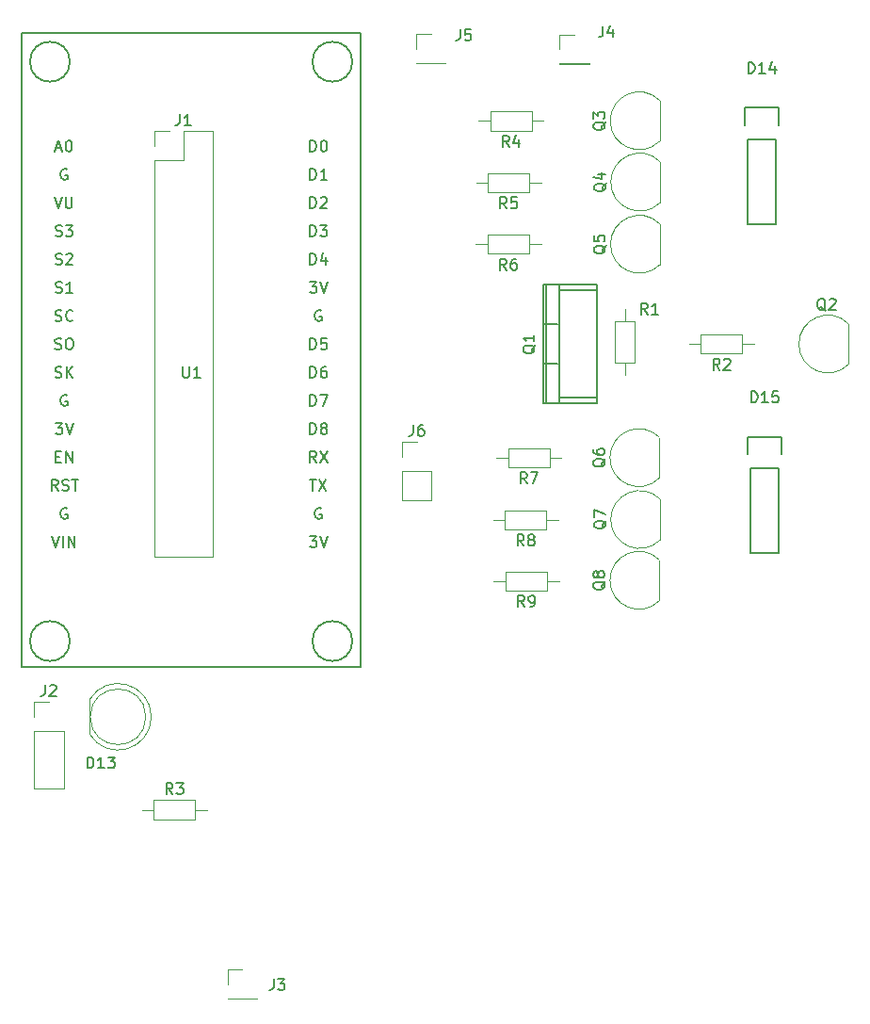
<source format=gbr>
%TF.GenerationSoftware,KiCad,Pcbnew,4.0.5+dfsg1-4*%
%TF.CreationDate,2018-11-05T18:37:42-05:00*%
%TF.ProjectId,ButtonLEDsController,427574746F6E4C454473436F6E74726F,rev?*%
%TF.FileFunction,Legend,Top*%
%FSLAX46Y46*%
G04 Gerber Fmt 4.6, Leading zero omitted, Abs format (unit mm)*
G04 Created by KiCad (PCBNEW 4.0.5+dfsg1-4) date Mon Nov  5 18:37:42 2018*
%MOMM*%
%LPD*%
G01*
G04 APERTURE LIST*
%ADD10C,0.100000*%
%ADD11C,0.120000*%
%ADD12C,0.150000*%
G04 APERTURE END LIST*
D10*
D11*
X27475600Y-76810062D02*
G75*
G03X21925600Y-75264770I-2990000J462D01*
G01*
X27475600Y-76809138D02*
G75*
G02X21925600Y-78354430I-2990000J-462D01*
G01*
X26985600Y-76809600D02*
G75*
G03X26985600Y-76809600I-2500000J0D01*
G01*
X21925600Y-75264600D02*
X21925600Y-78354600D01*
D12*
X64135000Y-38481000D02*
X67564000Y-38481000D01*
X64135000Y-48133000D02*
X67564000Y-48133000D01*
X62992000Y-37973000D02*
X62992000Y-48641000D01*
X64008000Y-41529000D02*
X62738000Y-41529000D01*
X64008000Y-45085000D02*
X62738000Y-45085000D01*
X64135000Y-48641000D02*
X64135000Y-37973000D01*
X67564000Y-37973000D02*
X67564000Y-48641000D01*
X62738000Y-48641000D02*
X67564000Y-48641000D01*
X62738000Y-37973000D02*
X67564000Y-37973000D01*
X62738000Y-37973000D02*
X62738000Y-48641000D01*
D11*
X69193200Y-44989200D02*
X70913200Y-44989200D01*
X70913200Y-44989200D02*
X70913200Y-41269200D01*
X70913200Y-41269200D02*
X69193200Y-41269200D01*
X69193200Y-41269200D02*
X69193200Y-44989200D01*
X70053200Y-46059200D02*
X70053200Y-44989200D01*
X70053200Y-40199200D02*
X70053200Y-41269200D01*
X80625400Y-44167000D02*
X80625400Y-42447000D01*
X80625400Y-42447000D02*
X76905400Y-42447000D01*
X76905400Y-42447000D02*
X76905400Y-44167000D01*
X76905400Y-44167000D02*
X80625400Y-44167000D01*
X81695400Y-43307000D02*
X80625400Y-43307000D01*
X75835400Y-43307000D02*
X76905400Y-43307000D01*
X27705600Y-84306200D02*
X27705600Y-86026200D01*
X27705600Y-86026200D02*
X31425600Y-86026200D01*
X31425600Y-86026200D02*
X31425600Y-84306200D01*
X31425600Y-84306200D02*
X27705600Y-84306200D01*
X26635600Y-85166200D02*
X27705600Y-85166200D01*
X32495600Y-85166200D02*
X31425600Y-85166200D01*
X61677000Y-24126400D02*
X61677000Y-22406400D01*
X61677000Y-22406400D02*
X57957000Y-22406400D01*
X57957000Y-22406400D02*
X57957000Y-24126400D01*
X57957000Y-24126400D02*
X61677000Y-24126400D01*
X62747000Y-23266400D02*
X61677000Y-23266400D01*
X56887000Y-23266400D02*
X57957000Y-23266400D01*
X61473800Y-29663600D02*
X61473800Y-27943600D01*
X61473800Y-27943600D02*
X57753800Y-27943600D01*
X57753800Y-27943600D02*
X57753800Y-29663600D01*
X57753800Y-29663600D02*
X61473800Y-29663600D01*
X62543800Y-28803600D02*
X61473800Y-28803600D01*
X56683800Y-28803600D02*
X57753800Y-28803600D01*
X61448400Y-35200800D02*
X61448400Y-33480800D01*
X61448400Y-33480800D02*
X57728400Y-33480800D01*
X57728400Y-33480800D02*
X57728400Y-35200800D01*
X57728400Y-35200800D02*
X61448400Y-35200800D01*
X62518400Y-34340800D02*
X61448400Y-34340800D01*
X56658400Y-34340800D02*
X57728400Y-34340800D01*
X63289900Y-54390500D02*
X63289900Y-52670500D01*
X63289900Y-52670500D02*
X59569900Y-52670500D01*
X59569900Y-52670500D02*
X59569900Y-54390500D01*
X59569900Y-54390500D02*
X63289900Y-54390500D01*
X64359900Y-53530500D02*
X63289900Y-53530500D01*
X58499900Y-53530500D02*
X59569900Y-53530500D01*
X63010500Y-59978500D02*
X63010500Y-58258500D01*
X63010500Y-58258500D02*
X59290500Y-58258500D01*
X59290500Y-58258500D02*
X59290500Y-59978500D01*
X59290500Y-59978500D02*
X63010500Y-59978500D01*
X64080500Y-59118500D02*
X63010500Y-59118500D01*
X58220500Y-59118500D02*
X59290500Y-59118500D01*
X63061300Y-65464900D02*
X63061300Y-63744900D01*
X63061300Y-63744900D02*
X59341300Y-63744900D01*
X59341300Y-63744900D02*
X59341300Y-65464900D01*
X59341300Y-65464900D02*
X63061300Y-65464900D01*
X64131300Y-64604900D02*
X63061300Y-64604900D01*
X58271300Y-64604900D02*
X59341300Y-64604900D01*
D12*
X45560251Y-70002400D02*
G75*
G03X45560251Y-70002400I-1796051J0D01*
G01*
X20160251Y-70002400D02*
G75*
G03X20160251Y-70002400I-1796051J0D01*
G01*
X20160251Y-17932400D02*
G75*
G03X20160251Y-17932400I-1796051J0D01*
G01*
X45560251Y-17932400D02*
G75*
G03X45560251Y-17932400I-1796051J0D01*
G01*
X46314200Y-15372400D02*
X16314200Y-15372400D01*
X16314200Y-15372400D02*
X15814200Y-15372400D01*
X15814200Y-15372400D02*
X15814200Y-72372400D01*
X15814200Y-72372400D02*
X46314200Y-72372400D01*
X46314200Y-72372400D02*
X46314200Y-15372400D01*
D11*
X90165800Y-45107000D02*
X90165800Y-41507000D01*
X90154278Y-45145478D02*
G75*
G02X85715800Y-43307000I-1838478J1838478D01*
G01*
X90154278Y-41468522D02*
G75*
G03X85715800Y-43307000I-1838478J-1838478D01*
G01*
X73198600Y-25041000D02*
X73198600Y-21441000D01*
X73187078Y-25079478D02*
G75*
G02X68748600Y-23241000I-1838478J1838478D01*
G01*
X73187078Y-21402522D02*
G75*
G03X68748600Y-23241000I-1838478J-1838478D01*
G01*
X73249400Y-30552800D02*
X73249400Y-26952800D01*
X73237878Y-30591278D02*
G75*
G02X68799400Y-28752800I-1838478J1838478D01*
G01*
X73237878Y-26914322D02*
G75*
G03X68799400Y-28752800I-1838478J-1838478D01*
G01*
X73224000Y-36140800D02*
X73224000Y-32540800D01*
X73212478Y-36179278D02*
G75*
G02X68774000Y-34340800I-1838478J1838478D01*
G01*
X73212478Y-32502322D02*
G75*
G03X68774000Y-34340800I-1838478J-1838478D01*
G01*
X73173200Y-55317800D02*
X73173200Y-51717800D01*
X73161678Y-55356278D02*
G75*
G02X68723200Y-53517800I-1838478J1838478D01*
G01*
X73161678Y-51679322D02*
G75*
G03X68723200Y-53517800I-1838478J-1838478D01*
G01*
X73249400Y-60880400D02*
X73249400Y-57280400D01*
X73237878Y-60918878D02*
G75*
G02X68799400Y-59080400I-1838478J1838478D01*
G01*
X73237878Y-57241922D02*
G75*
G03X68799400Y-59080400I-1838478J-1838478D01*
G01*
X73173200Y-66341400D02*
X73173200Y-62741400D01*
X73161678Y-66379878D02*
G75*
G02X68723200Y-64541400I-1838478J1838478D01*
G01*
X73161678Y-62702922D02*
G75*
G03X68723200Y-64541400I-1838478J-1838478D01*
G01*
X27778400Y-62417000D02*
X32978400Y-62417000D01*
X27778400Y-26797000D02*
X27778400Y-62417000D01*
X32978400Y-24197000D02*
X32978400Y-62417000D01*
X27778400Y-26797000D02*
X30378400Y-26797000D01*
X30378400Y-26797000D02*
X30378400Y-24197000D01*
X30378400Y-24197000D02*
X32978400Y-24197000D01*
X27778400Y-25527000D02*
X27778400Y-24197000D01*
X27778400Y-24197000D02*
X29108400Y-24197000D01*
X16932600Y-83245000D02*
X19592600Y-83245000D01*
X16932600Y-78105000D02*
X16932600Y-83245000D01*
X19592600Y-78105000D02*
X19592600Y-83245000D01*
X16932600Y-78105000D02*
X19592600Y-78105000D01*
X16932600Y-76835000D02*
X16932600Y-75505000D01*
X16932600Y-75505000D02*
X18262600Y-75505000D01*
X34331600Y-102168000D02*
X36991600Y-102168000D01*
X34331600Y-102108000D02*
X34331600Y-102168000D01*
X36991600Y-102108000D02*
X36991600Y-102168000D01*
X34331600Y-102108000D02*
X36991600Y-102108000D01*
X34331600Y-100838000D02*
X34331600Y-99508000D01*
X34331600Y-99508000D02*
X35661600Y-99508000D01*
X64202000Y-18144800D02*
X66862000Y-18144800D01*
X64202000Y-18084800D02*
X64202000Y-18144800D01*
X66862000Y-18084800D02*
X66862000Y-18144800D01*
X64202000Y-18084800D02*
X66862000Y-18084800D01*
X64202000Y-16814800D02*
X64202000Y-15484800D01*
X64202000Y-15484800D02*
X65532000Y-15484800D01*
X51298800Y-18094000D02*
X53958800Y-18094000D01*
X51298800Y-18034000D02*
X51298800Y-18094000D01*
X53958800Y-18034000D02*
X53958800Y-18094000D01*
X51298800Y-18034000D02*
X53958800Y-18034000D01*
X51298800Y-16764000D02*
X51298800Y-15434000D01*
X51298800Y-15434000D02*
X52628800Y-15434000D01*
X50028800Y-54711600D02*
X50028800Y-57311600D01*
X50028800Y-57311600D02*
X52688800Y-57311600D01*
X52688800Y-57311600D02*
X52688800Y-54711600D01*
X52688800Y-54711600D02*
X50028800Y-54711600D01*
X50028800Y-53441600D02*
X50028800Y-52111600D01*
X50028800Y-52111600D02*
X51358800Y-52111600D01*
D12*
X81114900Y-24892000D02*
X81114900Y-32512000D01*
X83654900Y-24892000D02*
X83654900Y-32512000D01*
X83934900Y-22072000D02*
X83934900Y-23622000D01*
X81114900Y-32512000D02*
X83654900Y-32512000D01*
X83654900Y-24892000D02*
X81114900Y-24892000D01*
X80834900Y-23622000D02*
X80834900Y-22072000D01*
X80834900Y-22072000D02*
X83934900Y-22072000D01*
X81368900Y-54483000D02*
X81368900Y-62103000D01*
X83908900Y-54483000D02*
X83908900Y-62103000D01*
X84188900Y-51663000D02*
X84188900Y-53213000D01*
X81368900Y-62103000D02*
X83908900Y-62103000D01*
X83908900Y-54483000D02*
X81368900Y-54483000D01*
X81088900Y-53213000D02*
X81088900Y-51663000D01*
X81088900Y-51663000D02*
X84188900Y-51663000D01*
X21721914Y-81427581D02*
X21721914Y-80427581D01*
X21960009Y-80427581D01*
X22102867Y-80475200D01*
X22198105Y-80570438D01*
X22245724Y-80665676D01*
X22293343Y-80856152D01*
X22293343Y-80999010D01*
X22245724Y-81189486D01*
X22198105Y-81284724D01*
X22102867Y-81379962D01*
X21960009Y-81427581D01*
X21721914Y-81427581D01*
X23245724Y-81427581D02*
X22674295Y-81427581D01*
X22960009Y-81427581D02*
X22960009Y-80427581D01*
X22864771Y-80570438D01*
X22769533Y-80665676D01*
X22674295Y-80713295D01*
X23579057Y-80427581D02*
X24198105Y-80427581D01*
X23864771Y-80808533D01*
X24007629Y-80808533D01*
X24102867Y-80856152D01*
X24150486Y-80903771D01*
X24198105Y-80999010D01*
X24198105Y-81237105D01*
X24150486Y-81332343D01*
X24102867Y-81379962D01*
X24007629Y-81427581D01*
X23721914Y-81427581D01*
X23626676Y-81379962D01*
X23579057Y-81332343D01*
X62015619Y-43402238D02*
X61968000Y-43497476D01*
X61872762Y-43592714D01*
X61729905Y-43735571D01*
X61682286Y-43830810D01*
X61682286Y-43926048D01*
X61920381Y-43878429D02*
X61872762Y-43973667D01*
X61777524Y-44068905D01*
X61587048Y-44116524D01*
X61253714Y-44116524D01*
X61063238Y-44068905D01*
X60968000Y-43973667D01*
X60920381Y-43878429D01*
X60920381Y-43687952D01*
X60968000Y-43592714D01*
X61063238Y-43497476D01*
X61253714Y-43449857D01*
X61587048Y-43449857D01*
X61777524Y-43497476D01*
X61872762Y-43592714D01*
X61920381Y-43687952D01*
X61920381Y-43878429D01*
X61920381Y-42497476D02*
X61920381Y-43068905D01*
X61920381Y-42783191D02*
X60920381Y-42783191D01*
X61063238Y-42878429D01*
X61158476Y-42973667D01*
X61206095Y-43068905D01*
X72096334Y-40635181D02*
X71763000Y-40158990D01*
X71524905Y-40635181D02*
X71524905Y-39635181D01*
X71905858Y-39635181D01*
X72001096Y-39682800D01*
X72048715Y-39730419D01*
X72096334Y-39825657D01*
X72096334Y-39968514D01*
X72048715Y-40063752D01*
X72001096Y-40111371D01*
X71905858Y-40158990D01*
X71524905Y-40158990D01*
X73048715Y-40635181D02*
X72477286Y-40635181D01*
X72763000Y-40635181D02*
X72763000Y-39635181D01*
X72667762Y-39778038D01*
X72572524Y-39873276D01*
X72477286Y-39920895D01*
X78598734Y-45619381D02*
X78265400Y-45143190D01*
X78027305Y-45619381D02*
X78027305Y-44619381D01*
X78408258Y-44619381D01*
X78503496Y-44667000D01*
X78551115Y-44714619D01*
X78598734Y-44809857D01*
X78598734Y-44952714D01*
X78551115Y-45047952D01*
X78503496Y-45095571D01*
X78408258Y-45143190D01*
X78027305Y-45143190D01*
X78979686Y-44714619D02*
X79027305Y-44667000D01*
X79122543Y-44619381D01*
X79360639Y-44619381D01*
X79455877Y-44667000D01*
X79503496Y-44714619D01*
X79551115Y-44809857D01*
X79551115Y-44905095D01*
X79503496Y-45047952D01*
X78932067Y-45619381D01*
X79551115Y-45619381D01*
X29398934Y-83758581D02*
X29065600Y-83282390D01*
X28827505Y-83758581D02*
X28827505Y-82758581D01*
X29208458Y-82758581D01*
X29303696Y-82806200D01*
X29351315Y-82853819D01*
X29398934Y-82949057D01*
X29398934Y-83091914D01*
X29351315Y-83187152D01*
X29303696Y-83234771D01*
X29208458Y-83282390D01*
X28827505Y-83282390D01*
X29732267Y-82758581D02*
X30351315Y-82758581D01*
X30017981Y-83139533D01*
X30160839Y-83139533D01*
X30256077Y-83187152D01*
X30303696Y-83234771D01*
X30351315Y-83330010D01*
X30351315Y-83568105D01*
X30303696Y-83663343D01*
X30256077Y-83710962D01*
X30160839Y-83758581D01*
X29875124Y-83758581D01*
X29779886Y-83710962D01*
X29732267Y-83663343D01*
X59650334Y-25578781D02*
X59317000Y-25102590D01*
X59078905Y-25578781D02*
X59078905Y-24578781D01*
X59459858Y-24578781D01*
X59555096Y-24626400D01*
X59602715Y-24674019D01*
X59650334Y-24769257D01*
X59650334Y-24912114D01*
X59602715Y-25007352D01*
X59555096Y-25054971D01*
X59459858Y-25102590D01*
X59078905Y-25102590D01*
X60507477Y-24912114D02*
X60507477Y-25578781D01*
X60269381Y-24531162D02*
X60031286Y-25245448D01*
X60650334Y-25245448D01*
X59447134Y-31115981D02*
X59113800Y-30639790D01*
X58875705Y-31115981D02*
X58875705Y-30115981D01*
X59256658Y-30115981D01*
X59351896Y-30163600D01*
X59399515Y-30211219D01*
X59447134Y-30306457D01*
X59447134Y-30449314D01*
X59399515Y-30544552D01*
X59351896Y-30592171D01*
X59256658Y-30639790D01*
X58875705Y-30639790D01*
X60351896Y-30115981D02*
X59875705Y-30115981D01*
X59828086Y-30592171D01*
X59875705Y-30544552D01*
X59970943Y-30496933D01*
X60209039Y-30496933D01*
X60304277Y-30544552D01*
X60351896Y-30592171D01*
X60399515Y-30687410D01*
X60399515Y-30925505D01*
X60351896Y-31020743D01*
X60304277Y-31068362D01*
X60209039Y-31115981D01*
X59970943Y-31115981D01*
X59875705Y-31068362D01*
X59828086Y-31020743D01*
X59421734Y-36653181D02*
X59088400Y-36176990D01*
X58850305Y-36653181D02*
X58850305Y-35653181D01*
X59231258Y-35653181D01*
X59326496Y-35700800D01*
X59374115Y-35748419D01*
X59421734Y-35843657D01*
X59421734Y-35986514D01*
X59374115Y-36081752D01*
X59326496Y-36129371D01*
X59231258Y-36176990D01*
X58850305Y-36176990D01*
X60278877Y-35653181D02*
X60088400Y-35653181D01*
X59993162Y-35700800D01*
X59945543Y-35748419D01*
X59850305Y-35891276D01*
X59802686Y-36081752D01*
X59802686Y-36462705D01*
X59850305Y-36557943D01*
X59897924Y-36605562D01*
X59993162Y-36653181D01*
X60183639Y-36653181D01*
X60278877Y-36605562D01*
X60326496Y-36557943D01*
X60374115Y-36462705D01*
X60374115Y-36224610D01*
X60326496Y-36129371D01*
X60278877Y-36081752D01*
X60183639Y-36034133D01*
X59993162Y-36034133D01*
X59897924Y-36081752D01*
X59850305Y-36129371D01*
X59802686Y-36224610D01*
X61263234Y-55842881D02*
X60929900Y-55366690D01*
X60691805Y-55842881D02*
X60691805Y-54842881D01*
X61072758Y-54842881D01*
X61167996Y-54890500D01*
X61215615Y-54938119D01*
X61263234Y-55033357D01*
X61263234Y-55176214D01*
X61215615Y-55271452D01*
X61167996Y-55319071D01*
X61072758Y-55366690D01*
X60691805Y-55366690D01*
X61596567Y-54842881D02*
X62263234Y-54842881D01*
X61834662Y-55842881D01*
X60983834Y-61430881D02*
X60650500Y-60954690D01*
X60412405Y-61430881D02*
X60412405Y-60430881D01*
X60793358Y-60430881D01*
X60888596Y-60478500D01*
X60936215Y-60526119D01*
X60983834Y-60621357D01*
X60983834Y-60764214D01*
X60936215Y-60859452D01*
X60888596Y-60907071D01*
X60793358Y-60954690D01*
X60412405Y-60954690D01*
X61555262Y-60859452D02*
X61460024Y-60811833D01*
X61412405Y-60764214D01*
X61364786Y-60668976D01*
X61364786Y-60621357D01*
X61412405Y-60526119D01*
X61460024Y-60478500D01*
X61555262Y-60430881D01*
X61745739Y-60430881D01*
X61840977Y-60478500D01*
X61888596Y-60526119D01*
X61936215Y-60621357D01*
X61936215Y-60668976D01*
X61888596Y-60764214D01*
X61840977Y-60811833D01*
X61745739Y-60859452D01*
X61555262Y-60859452D01*
X61460024Y-60907071D01*
X61412405Y-60954690D01*
X61364786Y-61049929D01*
X61364786Y-61240405D01*
X61412405Y-61335643D01*
X61460024Y-61383262D01*
X61555262Y-61430881D01*
X61745739Y-61430881D01*
X61840977Y-61383262D01*
X61888596Y-61335643D01*
X61936215Y-61240405D01*
X61936215Y-61049929D01*
X61888596Y-60954690D01*
X61840977Y-60907071D01*
X61745739Y-60859452D01*
X61034634Y-66917281D02*
X60701300Y-66441090D01*
X60463205Y-66917281D02*
X60463205Y-65917281D01*
X60844158Y-65917281D01*
X60939396Y-65964900D01*
X60987015Y-66012519D01*
X61034634Y-66107757D01*
X61034634Y-66250614D01*
X60987015Y-66345852D01*
X60939396Y-66393471D01*
X60844158Y-66441090D01*
X60463205Y-66441090D01*
X61510824Y-66917281D02*
X61701300Y-66917281D01*
X61796539Y-66869662D01*
X61844158Y-66822043D01*
X61939396Y-66679186D01*
X61987015Y-66488710D01*
X61987015Y-66107757D01*
X61939396Y-66012519D01*
X61891777Y-65964900D01*
X61796539Y-65917281D01*
X61606062Y-65917281D01*
X61510824Y-65964900D01*
X61463205Y-66012519D01*
X61415586Y-66107757D01*
X61415586Y-66345852D01*
X61463205Y-66441090D01*
X61510824Y-66488710D01*
X61606062Y-66536329D01*
X61796539Y-66536329D01*
X61891777Y-66488710D01*
X61939396Y-66441090D01*
X61987015Y-66345852D01*
X30302295Y-45324781D02*
X30302295Y-46134305D01*
X30349914Y-46229543D01*
X30397533Y-46277162D01*
X30492771Y-46324781D01*
X30683248Y-46324781D01*
X30778486Y-46277162D01*
X30826105Y-46229543D01*
X30873724Y-46134305D01*
X30873724Y-45324781D01*
X31873724Y-46324781D02*
X31302295Y-46324781D01*
X31588009Y-46324781D02*
X31588009Y-45324781D01*
X31492771Y-45467638D01*
X31397533Y-45562876D01*
X31302295Y-45610495D01*
X18538962Y-60564781D02*
X18872295Y-61564781D01*
X19205629Y-60564781D01*
X19538962Y-61564781D02*
X19538962Y-60564781D01*
X20015152Y-61564781D02*
X20015152Y-60564781D01*
X20586581Y-61564781D01*
X20586581Y-60564781D01*
X19896105Y-58072400D02*
X19800867Y-58024781D01*
X19658010Y-58024781D01*
X19515152Y-58072400D01*
X19419914Y-58167638D01*
X19372295Y-58262876D01*
X19324676Y-58453352D01*
X19324676Y-58596210D01*
X19372295Y-58786686D01*
X19419914Y-58881924D01*
X19515152Y-58977162D01*
X19658010Y-59024781D01*
X19753248Y-59024781D01*
X19896105Y-58977162D01*
X19943724Y-58929543D01*
X19943724Y-58596210D01*
X19753248Y-58596210D01*
X19086581Y-56484781D02*
X18753247Y-56008590D01*
X18515152Y-56484781D02*
X18515152Y-55484781D01*
X18896105Y-55484781D01*
X18991343Y-55532400D01*
X19038962Y-55580019D01*
X19086581Y-55675257D01*
X19086581Y-55818114D01*
X19038962Y-55913352D01*
X18991343Y-55960971D01*
X18896105Y-56008590D01*
X18515152Y-56008590D01*
X19467533Y-56437162D02*
X19610390Y-56484781D01*
X19848486Y-56484781D01*
X19943724Y-56437162D01*
X19991343Y-56389543D01*
X20038962Y-56294305D01*
X20038962Y-56199067D01*
X19991343Y-56103829D01*
X19943724Y-56056210D01*
X19848486Y-56008590D01*
X19658009Y-55960971D01*
X19562771Y-55913352D01*
X19515152Y-55865733D01*
X19467533Y-55770495D01*
X19467533Y-55675257D01*
X19515152Y-55580019D01*
X19562771Y-55532400D01*
X19658009Y-55484781D01*
X19896105Y-55484781D01*
X20038962Y-55532400D01*
X20324676Y-55484781D02*
X20896105Y-55484781D01*
X20610390Y-56484781D02*
X20610390Y-55484781D01*
X18896105Y-53420971D02*
X19229439Y-53420971D01*
X19372296Y-53944781D02*
X18896105Y-53944781D01*
X18896105Y-52944781D01*
X19372296Y-52944781D01*
X19800867Y-53944781D02*
X19800867Y-52944781D01*
X20372296Y-53944781D01*
X20372296Y-52944781D01*
X18872295Y-50404781D02*
X19491343Y-50404781D01*
X19158009Y-50785733D01*
X19300867Y-50785733D01*
X19396105Y-50833352D01*
X19443724Y-50880971D01*
X19491343Y-50976210D01*
X19491343Y-51214305D01*
X19443724Y-51309543D01*
X19396105Y-51357162D01*
X19300867Y-51404781D01*
X19015152Y-51404781D01*
X18919914Y-51357162D01*
X18872295Y-51309543D01*
X19777057Y-50404781D02*
X20110390Y-51404781D01*
X20443724Y-50404781D01*
X19896105Y-47912400D02*
X19800867Y-47864781D01*
X19658010Y-47864781D01*
X19515152Y-47912400D01*
X19419914Y-48007638D01*
X19372295Y-48102876D01*
X19324676Y-48293352D01*
X19324676Y-48436210D01*
X19372295Y-48626686D01*
X19419914Y-48721924D01*
X19515152Y-48817162D01*
X19658010Y-48864781D01*
X19753248Y-48864781D01*
X19896105Y-48817162D01*
X19943724Y-48769543D01*
X19943724Y-48436210D01*
X19753248Y-48436210D01*
X18848486Y-46277162D02*
X18991343Y-46324781D01*
X19229439Y-46324781D01*
X19324677Y-46277162D01*
X19372296Y-46229543D01*
X19419915Y-46134305D01*
X19419915Y-46039067D01*
X19372296Y-45943829D01*
X19324677Y-45896210D01*
X19229439Y-45848590D01*
X19038962Y-45800971D01*
X18943724Y-45753352D01*
X18896105Y-45705733D01*
X18848486Y-45610495D01*
X18848486Y-45515257D01*
X18896105Y-45420019D01*
X18943724Y-45372400D01*
X19038962Y-45324781D01*
X19277058Y-45324781D01*
X19419915Y-45372400D01*
X19848486Y-46324781D02*
X19848486Y-45324781D01*
X20419915Y-46324781D02*
X19991343Y-45753352D01*
X20419915Y-45324781D02*
X19848486Y-45896210D01*
X18824676Y-43737162D02*
X18967533Y-43784781D01*
X19205629Y-43784781D01*
X19300867Y-43737162D01*
X19348486Y-43689543D01*
X19396105Y-43594305D01*
X19396105Y-43499067D01*
X19348486Y-43403829D01*
X19300867Y-43356210D01*
X19205629Y-43308590D01*
X19015152Y-43260971D01*
X18919914Y-43213352D01*
X18872295Y-43165733D01*
X18824676Y-43070495D01*
X18824676Y-42975257D01*
X18872295Y-42880019D01*
X18919914Y-42832400D01*
X19015152Y-42784781D01*
X19253248Y-42784781D01*
X19396105Y-42832400D01*
X20015152Y-42784781D02*
X20205629Y-42784781D01*
X20300867Y-42832400D01*
X20396105Y-42927638D01*
X20443724Y-43118114D01*
X20443724Y-43451448D01*
X20396105Y-43641924D01*
X20300867Y-43737162D01*
X20205629Y-43784781D01*
X20015152Y-43784781D01*
X19919914Y-43737162D01*
X19824676Y-43641924D01*
X19777057Y-43451448D01*
X19777057Y-43118114D01*
X19824676Y-42927638D01*
X19919914Y-42832400D01*
X20015152Y-42784781D01*
X18848486Y-41197162D02*
X18991343Y-41244781D01*
X19229439Y-41244781D01*
X19324677Y-41197162D01*
X19372296Y-41149543D01*
X19419915Y-41054305D01*
X19419915Y-40959067D01*
X19372296Y-40863829D01*
X19324677Y-40816210D01*
X19229439Y-40768590D01*
X19038962Y-40720971D01*
X18943724Y-40673352D01*
X18896105Y-40625733D01*
X18848486Y-40530495D01*
X18848486Y-40435257D01*
X18896105Y-40340019D01*
X18943724Y-40292400D01*
X19038962Y-40244781D01*
X19277058Y-40244781D01*
X19419915Y-40292400D01*
X20419915Y-41149543D02*
X20372296Y-41197162D01*
X20229439Y-41244781D01*
X20134201Y-41244781D01*
X19991343Y-41197162D01*
X19896105Y-41101924D01*
X19848486Y-41006686D01*
X19800867Y-40816210D01*
X19800867Y-40673352D01*
X19848486Y-40482876D01*
X19896105Y-40387638D01*
X19991343Y-40292400D01*
X20134201Y-40244781D01*
X20229439Y-40244781D01*
X20372296Y-40292400D01*
X20419915Y-40340019D01*
X18872295Y-38657162D02*
X19015152Y-38704781D01*
X19253248Y-38704781D01*
X19348486Y-38657162D01*
X19396105Y-38609543D01*
X19443724Y-38514305D01*
X19443724Y-38419067D01*
X19396105Y-38323829D01*
X19348486Y-38276210D01*
X19253248Y-38228590D01*
X19062771Y-38180971D01*
X18967533Y-38133352D01*
X18919914Y-38085733D01*
X18872295Y-37990495D01*
X18872295Y-37895257D01*
X18919914Y-37800019D01*
X18967533Y-37752400D01*
X19062771Y-37704781D01*
X19300867Y-37704781D01*
X19443724Y-37752400D01*
X20396105Y-38704781D02*
X19824676Y-38704781D01*
X20110390Y-38704781D02*
X20110390Y-37704781D01*
X20015152Y-37847638D01*
X19919914Y-37942876D01*
X19824676Y-37990495D01*
X18872295Y-36117162D02*
X19015152Y-36164781D01*
X19253248Y-36164781D01*
X19348486Y-36117162D01*
X19396105Y-36069543D01*
X19443724Y-35974305D01*
X19443724Y-35879067D01*
X19396105Y-35783829D01*
X19348486Y-35736210D01*
X19253248Y-35688590D01*
X19062771Y-35640971D01*
X18967533Y-35593352D01*
X18919914Y-35545733D01*
X18872295Y-35450495D01*
X18872295Y-35355257D01*
X18919914Y-35260019D01*
X18967533Y-35212400D01*
X19062771Y-35164781D01*
X19300867Y-35164781D01*
X19443724Y-35212400D01*
X19824676Y-35260019D02*
X19872295Y-35212400D01*
X19967533Y-35164781D01*
X20205629Y-35164781D01*
X20300867Y-35212400D01*
X20348486Y-35260019D01*
X20396105Y-35355257D01*
X20396105Y-35450495D01*
X20348486Y-35593352D01*
X19777057Y-36164781D01*
X20396105Y-36164781D01*
X18872295Y-33577162D02*
X19015152Y-33624781D01*
X19253248Y-33624781D01*
X19348486Y-33577162D01*
X19396105Y-33529543D01*
X19443724Y-33434305D01*
X19443724Y-33339067D01*
X19396105Y-33243829D01*
X19348486Y-33196210D01*
X19253248Y-33148590D01*
X19062771Y-33100971D01*
X18967533Y-33053352D01*
X18919914Y-33005733D01*
X18872295Y-32910495D01*
X18872295Y-32815257D01*
X18919914Y-32720019D01*
X18967533Y-32672400D01*
X19062771Y-32624781D01*
X19300867Y-32624781D01*
X19443724Y-32672400D01*
X19777057Y-32624781D02*
X20396105Y-32624781D01*
X20062771Y-33005733D01*
X20205629Y-33005733D01*
X20300867Y-33053352D01*
X20348486Y-33100971D01*
X20396105Y-33196210D01*
X20396105Y-33434305D01*
X20348486Y-33529543D01*
X20300867Y-33577162D01*
X20205629Y-33624781D01*
X19919914Y-33624781D01*
X19824676Y-33577162D01*
X19777057Y-33529543D01*
X18777057Y-30084781D02*
X19110390Y-31084781D01*
X19443724Y-30084781D01*
X19777057Y-30084781D02*
X19777057Y-30894305D01*
X19824676Y-30989543D01*
X19872295Y-31037162D01*
X19967533Y-31084781D01*
X20158010Y-31084781D01*
X20253248Y-31037162D01*
X20300867Y-30989543D01*
X20348486Y-30894305D01*
X20348486Y-30084781D01*
X19896105Y-27592400D02*
X19800867Y-27544781D01*
X19658010Y-27544781D01*
X19515152Y-27592400D01*
X19419914Y-27687638D01*
X19372295Y-27782876D01*
X19324676Y-27973352D01*
X19324676Y-28116210D01*
X19372295Y-28306686D01*
X19419914Y-28401924D01*
X19515152Y-28497162D01*
X19658010Y-28544781D01*
X19753248Y-28544781D01*
X19896105Y-28497162D01*
X19943724Y-28449543D01*
X19943724Y-28116210D01*
X19753248Y-28116210D01*
X18919914Y-25719067D02*
X19396105Y-25719067D01*
X18824676Y-26004781D02*
X19158009Y-25004781D01*
X19491343Y-26004781D01*
X20015152Y-25004781D02*
X20110391Y-25004781D01*
X20205629Y-25052400D01*
X20253248Y-25100019D01*
X20300867Y-25195257D01*
X20348486Y-25385733D01*
X20348486Y-25623829D01*
X20300867Y-25814305D01*
X20253248Y-25909543D01*
X20205629Y-25957162D01*
X20110391Y-26004781D01*
X20015152Y-26004781D01*
X19919914Y-25957162D01*
X19872295Y-25909543D01*
X19824676Y-25814305D01*
X19777057Y-25623829D01*
X19777057Y-25385733D01*
X19824676Y-25195257D01*
X19872295Y-25100019D01*
X19919914Y-25052400D01*
X20015152Y-25004781D01*
X41732295Y-60564781D02*
X42351343Y-60564781D01*
X42018009Y-60945733D01*
X42160867Y-60945733D01*
X42256105Y-60993352D01*
X42303724Y-61040971D01*
X42351343Y-61136210D01*
X42351343Y-61374305D01*
X42303724Y-61469543D01*
X42256105Y-61517162D01*
X42160867Y-61564781D01*
X41875152Y-61564781D01*
X41779914Y-61517162D01*
X41732295Y-61469543D01*
X42637057Y-60564781D02*
X42970390Y-61564781D01*
X43303724Y-60564781D01*
X42756105Y-58072400D02*
X42660867Y-58024781D01*
X42518010Y-58024781D01*
X42375152Y-58072400D01*
X42279914Y-58167638D01*
X42232295Y-58262876D01*
X42184676Y-58453352D01*
X42184676Y-58596210D01*
X42232295Y-58786686D01*
X42279914Y-58881924D01*
X42375152Y-58977162D01*
X42518010Y-59024781D01*
X42613248Y-59024781D01*
X42756105Y-58977162D01*
X42803724Y-58929543D01*
X42803724Y-58596210D01*
X42613248Y-58596210D01*
X41732295Y-55484781D02*
X42303724Y-55484781D01*
X42018009Y-56484781D02*
X42018009Y-55484781D01*
X42541819Y-55484781D02*
X43208486Y-56484781D01*
X43208486Y-55484781D02*
X42541819Y-56484781D01*
X42327534Y-53944781D02*
X41994200Y-53468590D01*
X41756105Y-53944781D02*
X41756105Y-52944781D01*
X42137058Y-52944781D01*
X42232296Y-52992400D01*
X42279915Y-53040019D01*
X42327534Y-53135257D01*
X42327534Y-53278114D01*
X42279915Y-53373352D01*
X42232296Y-53420971D01*
X42137058Y-53468590D01*
X41756105Y-53468590D01*
X42660867Y-52944781D02*
X43327534Y-53944781D01*
X43327534Y-52944781D02*
X42660867Y-53944781D01*
X41756105Y-51404781D02*
X41756105Y-50404781D01*
X41994200Y-50404781D01*
X42137058Y-50452400D01*
X42232296Y-50547638D01*
X42279915Y-50642876D01*
X42327534Y-50833352D01*
X42327534Y-50976210D01*
X42279915Y-51166686D01*
X42232296Y-51261924D01*
X42137058Y-51357162D01*
X41994200Y-51404781D01*
X41756105Y-51404781D01*
X42898962Y-50833352D02*
X42803724Y-50785733D01*
X42756105Y-50738114D01*
X42708486Y-50642876D01*
X42708486Y-50595257D01*
X42756105Y-50500019D01*
X42803724Y-50452400D01*
X42898962Y-50404781D01*
X43089439Y-50404781D01*
X43184677Y-50452400D01*
X43232296Y-50500019D01*
X43279915Y-50595257D01*
X43279915Y-50642876D01*
X43232296Y-50738114D01*
X43184677Y-50785733D01*
X43089439Y-50833352D01*
X42898962Y-50833352D01*
X42803724Y-50880971D01*
X42756105Y-50928590D01*
X42708486Y-51023829D01*
X42708486Y-51214305D01*
X42756105Y-51309543D01*
X42803724Y-51357162D01*
X42898962Y-51404781D01*
X43089439Y-51404781D01*
X43184677Y-51357162D01*
X43232296Y-51309543D01*
X43279915Y-51214305D01*
X43279915Y-51023829D01*
X43232296Y-50928590D01*
X43184677Y-50880971D01*
X43089439Y-50833352D01*
X41756105Y-48864781D02*
X41756105Y-47864781D01*
X41994200Y-47864781D01*
X42137058Y-47912400D01*
X42232296Y-48007638D01*
X42279915Y-48102876D01*
X42327534Y-48293352D01*
X42327534Y-48436210D01*
X42279915Y-48626686D01*
X42232296Y-48721924D01*
X42137058Y-48817162D01*
X41994200Y-48864781D01*
X41756105Y-48864781D01*
X42660867Y-47864781D02*
X43327534Y-47864781D01*
X42898962Y-48864781D01*
X41756105Y-46324781D02*
X41756105Y-45324781D01*
X41994200Y-45324781D01*
X42137058Y-45372400D01*
X42232296Y-45467638D01*
X42279915Y-45562876D01*
X42327534Y-45753352D01*
X42327534Y-45896210D01*
X42279915Y-46086686D01*
X42232296Y-46181924D01*
X42137058Y-46277162D01*
X41994200Y-46324781D01*
X41756105Y-46324781D01*
X43184677Y-45324781D02*
X42994200Y-45324781D01*
X42898962Y-45372400D01*
X42851343Y-45420019D01*
X42756105Y-45562876D01*
X42708486Y-45753352D01*
X42708486Y-46134305D01*
X42756105Y-46229543D01*
X42803724Y-46277162D01*
X42898962Y-46324781D01*
X43089439Y-46324781D01*
X43184677Y-46277162D01*
X43232296Y-46229543D01*
X43279915Y-46134305D01*
X43279915Y-45896210D01*
X43232296Y-45800971D01*
X43184677Y-45753352D01*
X43089439Y-45705733D01*
X42898962Y-45705733D01*
X42803724Y-45753352D01*
X42756105Y-45800971D01*
X42708486Y-45896210D01*
X41756105Y-43784781D02*
X41756105Y-42784781D01*
X41994200Y-42784781D01*
X42137058Y-42832400D01*
X42232296Y-42927638D01*
X42279915Y-43022876D01*
X42327534Y-43213352D01*
X42327534Y-43356210D01*
X42279915Y-43546686D01*
X42232296Y-43641924D01*
X42137058Y-43737162D01*
X41994200Y-43784781D01*
X41756105Y-43784781D01*
X43232296Y-42784781D02*
X42756105Y-42784781D01*
X42708486Y-43260971D01*
X42756105Y-43213352D01*
X42851343Y-43165733D01*
X43089439Y-43165733D01*
X43184677Y-43213352D01*
X43232296Y-43260971D01*
X43279915Y-43356210D01*
X43279915Y-43594305D01*
X43232296Y-43689543D01*
X43184677Y-43737162D01*
X43089439Y-43784781D01*
X42851343Y-43784781D01*
X42756105Y-43737162D01*
X42708486Y-43689543D01*
X42756105Y-40292400D02*
X42660867Y-40244781D01*
X42518010Y-40244781D01*
X42375152Y-40292400D01*
X42279914Y-40387638D01*
X42232295Y-40482876D01*
X42184676Y-40673352D01*
X42184676Y-40816210D01*
X42232295Y-41006686D01*
X42279914Y-41101924D01*
X42375152Y-41197162D01*
X42518010Y-41244781D01*
X42613248Y-41244781D01*
X42756105Y-41197162D01*
X42803724Y-41149543D01*
X42803724Y-40816210D01*
X42613248Y-40816210D01*
X41732295Y-37704781D02*
X42351343Y-37704781D01*
X42018009Y-38085733D01*
X42160867Y-38085733D01*
X42256105Y-38133352D01*
X42303724Y-38180971D01*
X42351343Y-38276210D01*
X42351343Y-38514305D01*
X42303724Y-38609543D01*
X42256105Y-38657162D01*
X42160867Y-38704781D01*
X41875152Y-38704781D01*
X41779914Y-38657162D01*
X41732295Y-38609543D01*
X42637057Y-37704781D02*
X42970390Y-38704781D01*
X43303724Y-37704781D01*
X41756105Y-36164781D02*
X41756105Y-35164781D01*
X41994200Y-35164781D01*
X42137058Y-35212400D01*
X42232296Y-35307638D01*
X42279915Y-35402876D01*
X42327534Y-35593352D01*
X42327534Y-35736210D01*
X42279915Y-35926686D01*
X42232296Y-36021924D01*
X42137058Y-36117162D01*
X41994200Y-36164781D01*
X41756105Y-36164781D01*
X43184677Y-35498114D02*
X43184677Y-36164781D01*
X42946581Y-35117162D02*
X42708486Y-35831448D01*
X43327534Y-35831448D01*
X41756105Y-33624781D02*
X41756105Y-32624781D01*
X41994200Y-32624781D01*
X42137058Y-32672400D01*
X42232296Y-32767638D01*
X42279915Y-32862876D01*
X42327534Y-33053352D01*
X42327534Y-33196210D01*
X42279915Y-33386686D01*
X42232296Y-33481924D01*
X42137058Y-33577162D01*
X41994200Y-33624781D01*
X41756105Y-33624781D01*
X42660867Y-32624781D02*
X43279915Y-32624781D01*
X42946581Y-33005733D01*
X43089439Y-33005733D01*
X43184677Y-33053352D01*
X43232296Y-33100971D01*
X43279915Y-33196210D01*
X43279915Y-33434305D01*
X43232296Y-33529543D01*
X43184677Y-33577162D01*
X43089439Y-33624781D01*
X42803724Y-33624781D01*
X42708486Y-33577162D01*
X42660867Y-33529543D01*
X41756105Y-31084781D02*
X41756105Y-30084781D01*
X41994200Y-30084781D01*
X42137058Y-30132400D01*
X42232296Y-30227638D01*
X42279915Y-30322876D01*
X42327534Y-30513352D01*
X42327534Y-30656210D01*
X42279915Y-30846686D01*
X42232296Y-30941924D01*
X42137058Y-31037162D01*
X41994200Y-31084781D01*
X41756105Y-31084781D01*
X42708486Y-30180019D02*
X42756105Y-30132400D01*
X42851343Y-30084781D01*
X43089439Y-30084781D01*
X43184677Y-30132400D01*
X43232296Y-30180019D01*
X43279915Y-30275257D01*
X43279915Y-30370495D01*
X43232296Y-30513352D01*
X42660867Y-31084781D01*
X43279915Y-31084781D01*
X41756105Y-28544781D02*
X41756105Y-27544781D01*
X41994200Y-27544781D01*
X42137058Y-27592400D01*
X42232296Y-27687638D01*
X42279915Y-27782876D01*
X42327534Y-27973352D01*
X42327534Y-28116210D01*
X42279915Y-28306686D01*
X42232296Y-28401924D01*
X42137058Y-28497162D01*
X41994200Y-28544781D01*
X41756105Y-28544781D01*
X43279915Y-28544781D02*
X42708486Y-28544781D01*
X42994200Y-28544781D02*
X42994200Y-27544781D01*
X42898962Y-27687638D01*
X42803724Y-27782876D01*
X42708486Y-27830495D01*
X41756105Y-26004781D02*
X41756105Y-25004781D01*
X41994200Y-25004781D01*
X42137058Y-25052400D01*
X42232296Y-25147638D01*
X42279915Y-25242876D01*
X42327534Y-25433352D01*
X42327534Y-25576210D01*
X42279915Y-25766686D01*
X42232296Y-25861924D01*
X42137058Y-25957162D01*
X41994200Y-26004781D01*
X41756105Y-26004781D01*
X42946581Y-25004781D02*
X43041820Y-25004781D01*
X43137058Y-25052400D01*
X43184677Y-25100019D01*
X43232296Y-25195257D01*
X43279915Y-25385733D01*
X43279915Y-25623829D01*
X43232296Y-25814305D01*
X43184677Y-25909543D01*
X43137058Y-25957162D01*
X43041820Y-26004781D01*
X42946581Y-26004781D01*
X42851343Y-25957162D01*
X42803724Y-25909543D01*
X42756105Y-25814305D01*
X42708486Y-25623829D01*
X42708486Y-25385733D01*
X42756105Y-25195257D01*
X42803724Y-25100019D01*
X42851343Y-25052400D01*
X42946581Y-25004781D01*
X88118962Y-40324019D02*
X88023724Y-40276400D01*
X87928486Y-40181162D01*
X87785629Y-40038305D01*
X87690390Y-39990686D01*
X87595152Y-39990686D01*
X87642771Y-40228781D02*
X87547533Y-40181162D01*
X87452295Y-40085924D01*
X87404676Y-39895448D01*
X87404676Y-39562114D01*
X87452295Y-39371638D01*
X87547533Y-39276400D01*
X87642771Y-39228781D01*
X87833248Y-39228781D01*
X87928486Y-39276400D01*
X88023724Y-39371638D01*
X88071343Y-39562114D01*
X88071343Y-39895448D01*
X88023724Y-40085924D01*
X87928486Y-40181162D01*
X87833248Y-40228781D01*
X87642771Y-40228781D01*
X88452295Y-39324019D02*
X88499914Y-39276400D01*
X88595152Y-39228781D01*
X88833248Y-39228781D01*
X88928486Y-39276400D01*
X88976105Y-39324019D01*
X89023724Y-39419257D01*
X89023724Y-39514495D01*
X88976105Y-39657352D01*
X88404676Y-40228781D01*
X89023724Y-40228781D01*
X68336219Y-23336238D02*
X68288600Y-23431476D01*
X68193362Y-23526714D01*
X68050505Y-23669571D01*
X68002886Y-23764810D01*
X68002886Y-23860048D01*
X68240981Y-23812429D02*
X68193362Y-23907667D01*
X68098124Y-24002905D01*
X67907648Y-24050524D01*
X67574314Y-24050524D01*
X67383838Y-24002905D01*
X67288600Y-23907667D01*
X67240981Y-23812429D01*
X67240981Y-23621952D01*
X67288600Y-23526714D01*
X67383838Y-23431476D01*
X67574314Y-23383857D01*
X67907648Y-23383857D01*
X68098124Y-23431476D01*
X68193362Y-23526714D01*
X68240981Y-23621952D01*
X68240981Y-23812429D01*
X67240981Y-23050524D02*
X67240981Y-22431476D01*
X67621933Y-22764810D01*
X67621933Y-22621952D01*
X67669552Y-22526714D01*
X67717171Y-22479095D01*
X67812410Y-22431476D01*
X68050505Y-22431476D01*
X68145743Y-22479095D01*
X68193362Y-22526714D01*
X68240981Y-22621952D01*
X68240981Y-22907667D01*
X68193362Y-23002905D01*
X68145743Y-23050524D01*
X68387019Y-28848038D02*
X68339400Y-28943276D01*
X68244162Y-29038514D01*
X68101305Y-29181371D01*
X68053686Y-29276610D01*
X68053686Y-29371848D01*
X68291781Y-29324229D02*
X68244162Y-29419467D01*
X68148924Y-29514705D01*
X67958448Y-29562324D01*
X67625114Y-29562324D01*
X67434638Y-29514705D01*
X67339400Y-29419467D01*
X67291781Y-29324229D01*
X67291781Y-29133752D01*
X67339400Y-29038514D01*
X67434638Y-28943276D01*
X67625114Y-28895657D01*
X67958448Y-28895657D01*
X68148924Y-28943276D01*
X68244162Y-29038514D01*
X68291781Y-29133752D01*
X68291781Y-29324229D01*
X67625114Y-28038514D02*
X68291781Y-28038514D01*
X67244162Y-28276610D02*
X67958448Y-28514705D01*
X67958448Y-27895657D01*
X68361619Y-34436038D02*
X68314000Y-34531276D01*
X68218762Y-34626514D01*
X68075905Y-34769371D01*
X68028286Y-34864610D01*
X68028286Y-34959848D01*
X68266381Y-34912229D02*
X68218762Y-35007467D01*
X68123524Y-35102705D01*
X67933048Y-35150324D01*
X67599714Y-35150324D01*
X67409238Y-35102705D01*
X67314000Y-35007467D01*
X67266381Y-34912229D01*
X67266381Y-34721752D01*
X67314000Y-34626514D01*
X67409238Y-34531276D01*
X67599714Y-34483657D01*
X67933048Y-34483657D01*
X68123524Y-34531276D01*
X68218762Y-34626514D01*
X68266381Y-34721752D01*
X68266381Y-34912229D01*
X67266381Y-33578895D02*
X67266381Y-34055086D01*
X67742571Y-34102705D01*
X67694952Y-34055086D01*
X67647333Y-33959848D01*
X67647333Y-33721752D01*
X67694952Y-33626514D01*
X67742571Y-33578895D01*
X67837810Y-33531276D01*
X68075905Y-33531276D01*
X68171143Y-33578895D01*
X68218762Y-33626514D01*
X68266381Y-33721752D01*
X68266381Y-33959848D01*
X68218762Y-34055086D01*
X68171143Y-34102705D01*
X68310819Y-53613038D02*
X68263200Y-53708276D01*
X68167962Y-53803514D01*
X68025105Y-53946371D01*
X67977486Y-54041610D01*
X67977486Y-54136848D01*
X68215581Y-54089229D02*
X68167962Y-54184467D01*
X68072724Y-54279705D01*
X67882248Y-54327324D01*
X67548914Y-54327324D01*
X67358438Y-54279705D01*
X67263200Y-54184467D01*
X67215581Y-54089229D01*
X67215581Y-53898752D01*
X67263200Y-53803514D01*
X67358438Y-53708276D01*
X67548914Y-53660657D01*
X67882248Y-53660657D01*
X68072724Y-53708276D01*
X68167962Y-53803514D01*
X68215581Y-53898752D01*
X68215581Y-54089229D01*
X67215581Y-52803514D02*
X67215581Y-52993991D01*
X67263200Y-53089229D01*
X67310819Y-53136848D01*
X67453676Y-53232086D01*
X67644152Y-53279705D01*
X68025105Y-53279705D01*
X68120343Y-53232086D01*
X68167962Y-53184467D01*
X68215581Y-53089229D01*
X68215581Y-52898752D01*
X68167962Y-52803514D01*
X68120343Y-52755895D01*
X68025105Y-52708276D01*
X67787010Y-52708276D01*
X67691771Y-52755895D01*
X67644152Y-52803514D01*
X67596533Y-52898752D01*
X67596533Y-53089229D01*
X67644152Y-53184467D01*
X67691771Y-53232086D01*
X67787010Y-53279705D01*
X68387019Y-59175638D02*
X68339400Y-59270876D01*
X68244162Y-59366114D01*
X68101305Y-59508971D01*
X68053686Y-59604210D01*
X68053686Y-59699448D01*
X68291781Y-59651829D02*
X68244162Y-59747067D01*
X68148924Y-59842305D01*
X67958448Y-59889924D01*
X67625114Y-59889924D01*
X67434638Y-59842305D01*
X67339400Y-59747067D01*
X67291781Y-59651829D01*
X67291781Y-59461352D01*
X67339400Y-59366114D01*
X67434638Y-59270876D01*
X67625114Y-59223257D01*
X67958448Y-59223257D01*
X68148924Y-59270876D01*
X68244162Y-59366114D01*
X68291781Y-59461352D01*
X68291781Y-59651829D01*
X67291781Y-58889924D02*
X67291781Y-58223257D01*
X68291781Y-58651829D01*
X68310819Y-64636638D02*
X68263200Y-64731876D01*
X68167962Y-64827114D01*
X68025105Y-64969971D01*
X67977486Y-65065210D01*
X67977486Y-65160448D01*
X68215581Y-65112829D02*
X68167962Y-65208067D01*
X68072724Y-65303305D01*
X67882248Y-65350924D01*
X67548914Y-65350924D01*
X67358438Y-65303305D01*
X67263200Y-65208067D01*
X67215581Y-65112829D01*
X67215581Y-64922352D01*
X67263200Y-64827114D01*
X67358438Y-64731876D01*
X67548914Y-64684257D01*
X67882248Y-64684257D01*
X68072724Y-64731876D01*
X68167962Y-64827114D01*
X68215581Y-64922352D01*
X68215581Y-65112829D01*
X67644152Y-64112829D02*
X67596533Y-64208067D01*
X67548914Y-64255686D01*
X67453676Y-64303305D01*
X67406057Y-64303305D01*
X67310819Y-64255686D01*
X67263200Y-64208067D01*
X67215581Y-64112829D01*
X67215581Y-63922352D01*
X67263200Y-63827114D01*
X67310819Y-63779495D01*
X67406057Y-63731876D01*
X67453676Y-63731876D01*
X67548914Y-63779495D01*
X67596533Y-63827114D01*
X67644152Y-63922352D01*
X67644152Y-64112829D01*
X67691771Y-64208067D01*
X67739390Y-64255686D01*
X67834629Y-64303305D01*
X68025105Y-64303305D01*
X68120343Y-64255686D01*
X68167962Y-64208067D01*
X68215581Y-64112829D01*
X68215581Y-63922352D01*
X68167962Y-63827114D01*
X68120343Y-63779495D01*
X68025105Y-63731876D01*
X67834629Y-63731876D01*
X67739390Y-63779495D01*
X67691771Y-63827114D01*
X67644152Y-63922352D01*
X30045067Y-22649381D02*
X30045067Y-23363667D01*
X29997447Y-23506524D01*
X29902209Y-23601762D01*
X29759352Y-23649381D01*
X29664114Y-23649381D01*
X31045067Y-23649381D02*
X30473638Y-23649381D01*
X30759352Y-23649381D02*
X30759352Y-22649381D01*
X30664114Y-22792238D01*
X30568876Y-22887476D01*
X30473638Y-22935095D01*
X17929267Y-73957381D02*
X17929267Y-74671667D01*
X17881647Y-74814524D01*
X17786409Y-74909762D01*
X17643552Y-74957381D01*
X17548314Y-74957381D01*
X18357838Y-74052619D02*
X18405457Y-74005000D01*
X18500695Y-73957381D01*
X18738791Y-73957381D01*
X18834029Y-74005000D01*
X18881648Y-74052619D01*
X18929267Y-74147857D01*
X18929267Y-74243095D01*
X18881648Y-74385952D01*
X18310219Y-74957381D01*
X18929267Y-74957381D01*
X38477867Y-100366581D02*
X38477867Y-101080867D01*
X38430247Y-101223724D01*
X38335009Y-101318962D01*
X38192152Y-101366581D01*
X38096914Y-101366581D01*
X38858819Y-100366581D02*
X39477867Y-100366581D01*
X39144533Y-100747533D01*
X39287391Y-100747533D01*
X39382629Y-100795152D01*
X39430248Y-100842771D01*
X39477867Y-100938010D01*
X39477867Y-101176105D01*
X39430248Y-101271343D01*
X39382629Y-101318962D01*
X39287391Y-101366581D01*
X39001676Y-101366581D01*
X38906438Y-101318962D01*
X38858819Y-101271343D01*
X68068867Y-14717781D02*
X68068867Y-15432067D01*
X68021247Y-15574924D01*
X67926009Y-15670162D01*
X67783152Y-15717781D01*
X67687914Y-15717781D01*
X68973629Y-15051114D02*
X68973629Y-15717781D01*
X68735533Y-14670162D02*
X68497438Y-15384448D01*
X69116486Y-15384448D01*
X55241867Y-15022581D02*
X55241867Y-15736867D01*
X55194247Y-15879724D01*
X55099009Y-15974962D01*
X54956152Y-16022581D01*
X54860914Y-16022581D01*
X56194248Y-15022581D02*
X55718057Y-15022581D01*
X55670438Y-15498771D01*
X55718057Y-15451152D01*
X55813295Y-15403533D01*
X56051391Y-15403533D01*
X56146629Y-15451152D01*
X56194248Y-15498771D01*
X56241867Y-15594010D01*
X56241867Y-15832105D01*
X56194248Y-15927343D01*
X56146629Y-15974962D01*
X56051391Y-16022581D01*
X55813295Y-16022581D01*
X55718057Y-15974962D01*
X55670438Y-15927343D01*
X51025467Y-50563981D02*
X51025467Y-51278267D01*
X50977847Y-51421124D01*
X50882609Y-51516362D01*
X50739752Y-51563981D01*
X50644514Y-51563981D01*
X51930229Y-50563981D02*
X51739752Y-50563981D01*
X51644514Y-50611600D01*
X51596895Y-50659219D01*
X51501657Y-50802076D01*
X51454038Y-50992552D01*
X51454038Y-51373505D01*
X51501657Y-51468743D01*
X51549276Y-51516362D01*
X51644514Y-51563981D01*
X51834991Y-51563981D01*
X51930229Y-51516362D01*
X51977848Y-51468743D01*
X52025467Y-51373505D01*
X52025467Y-51135410D01*
X51977848Y-51040171D01*
X51930229Y-50992552D01*
X51834991Y-50944933D01*
X51644514Y-50944933D01*
X51549276Y-50992552D01*
X51501657Y-51040171D01*
X51454038Y-51135410D01*
X81170614Y-18974381D02*
X81170614Y-17974381D01*
X81408709Y-17974381D01*
X81551567Y-18022000D01*
X81646805Y-18117238D01*
X81694424Y-18212476D01*
X81742043Y-18402952D01*
X81742043Y-18545810D01*
X81694424Y-18736286D01*
X81646805Y-18831524D01*
X81551567Y-18926762D01*
X81408709Y-18974381D01*
X81170614Y-18974381D01*
X82694424Y-18974381D02*
X82122995Y-18974381D01*
X82408709Y-18974381D02*
X82408709Y-17974381D01*
X82313471Y-18117238D01*
X82218233Y-18212476D01*
X82122995Y-18260095D01*
X83551567Y-18307714D02*
X83551567Y-18974381D01*
X83313471Y-17926762D02*
X83075376Y-18641048D01*
X83694424Y-18641048D01*
X81424614Y-48565381D02*
X81424614Y-47565381D01*
X81662709Y-47565381D01*
X81805567Y-47613000D01*
X81900805Y-47708238D01*
X81948424Y-47803476D01*
X81996043Y-47993952D01*
X81996043Y-48136810D01*
X81948424Y-48327286D01*
X81900805Y-48422524D01*
X81805567Y-48517762D01*
X81662709Y-48565381D01*
X81424614Y-48565381D01*
X82948424Y-48565381D02*
X82376995Y-48565381D01*
X82662709Y-48565381D02*
X82662709Y-47565381D01*
X82567471Y-47708238D01*
X82472233Y-47803476D01*
X82376995Y-47851095D01*
X83853186Y-47565381D02*
X83376995Y-47565381D01*
X83329376Y-48041571D01*
X83376995Y-47993952D01*
X83472233Y-47946333D01*
X83710329Y-47946333D01*
X83805567Y-47993952D01*
X83853186Y-48041571D01*
X83900805Y-48136810D01*
X83900805Y-48374905D01*
X83853186Y-48470143D01*
X83805567Y-48517762D01*
X83710329Y-48565381D01*
X83472233Y-48565381D01*
X83376995Y-48517762D01*
X83329376Y-48470143D01*
M02*

</source>
